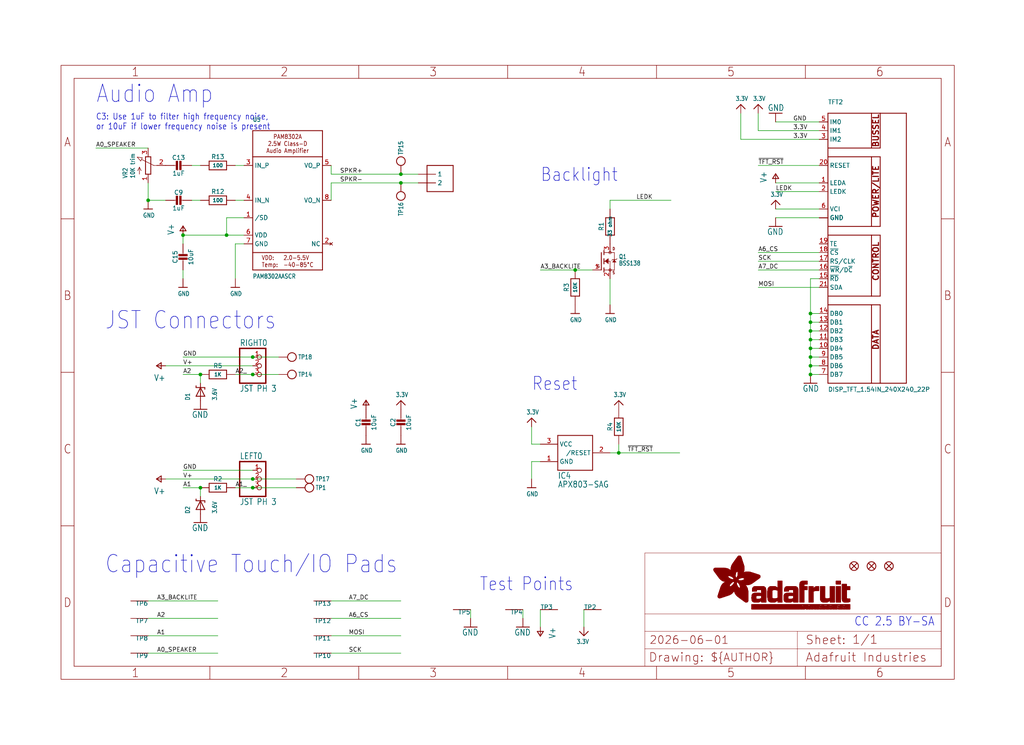
<source format=kicad_sch>
(kicad_sch (version 20230121) (generator eeschema)
  (paper "User" 298.45 217.322)
  (lib_symbols
    (symbol "working-eagle-import:3.3V" (power)
      (property "Value" "3.3V" (at -1.524 1.016 0))
      (symbol "3.3V_1_0"
        (pin power_in line (at 0 -2.54 90) (length 2.54) (name "3.3V") (number "1"))
      )
    )
    (symbol "working-eagle-import:AUDIOAMP_PAM8302A"
      (property "Reference" "U" (at -10.16 22.86 0))
      (symbol "AUDIOAMP_PAM8302A_1_0"
        (text "2.0-5.5V\n-40-85°C" (at -1.27 -17.78 0) (effects (font (size 1.27 1.0795)) (justify left)))
        (text "PAM8302A\n2.5W Class-D\nAudio Amplifier" (at 0 16.51 0) (effects (font (size 1.27 1.0795))))
        (text "VDD:\nTemp:" (at -7.62 -17.78 0) (effects (font (size 1.27 1.0795)) (justify left)))
        (pin input line (at -12.7 -5.08 0) (length 2.54) (name "/SD") (number "1"))
        (pin no_connect line (at 12.7 -12.7 180) (length 2.54) (name "NC") (number "2"))
        (pin input line (at -12.7 10.16 0) (length 2.54) (name "IN_P") (number "3"))
        (pin input line (at -12.7 0 0) (length 2.54) (name "IN_N") (number "4"))
        (pin output line (at 12.7 10.16 180) (length 2.54) (name "VO_P") (number "5"))
        (pin power_in line (at -12.7 -10.16 0) (length 2.54) (name "VDD") (number "6"))
        (pin power_in line (at -12.7 -12.7 0) (length 2.54) (name "GND") (number "7"))
        (pin output line (at 12.7 0 180) (length 2.54) (name "VO_N") (number "8"))
      )
    )
    (symbol "working-eagle-import:AXP083-SAG"
      (property "Reference" "IC" (at -5.08 -7.62 0))
      (symbol "AXP083-SAG_1_0"
        (pin power_in line (at -10.16 -2.54 0) (length 5.08) (name "GND") (number "1"))
        (pin output line (at 10.16 0 180) (length 5.08) (name "/RESET") (number "2"))
        (pin power_in line (at -10.16 2.54 0) (length 5.08) (name "VCC") (number "3"))
      )
    )
    (symbol "working-eagle-import:CAP_CERAMIC0603_NO"
      (property "Reference" "C" (at -2.29 1.25 90))
      (symbol "CAP_CERAMIC0603_NO_1_0"
        (pin passive line (at 0 5.08 270) (length 2.54) (name "1") (number "1"))
        (pin passive line (at 0 -2.54 90) (length 2.54) (name "2") (number "2"))
      )
    )
    (symbol "working-eagle-import:CAP_CERAMIC0805-NOOUTLINE"
      (property "Reference" "C" (at -2.29 1.25 90))
      (symbol "CAP_CERAMIC0805-NOOUTLINE_1_0"
        (pin passive line (at 0 5.08 270) (length 2.54) (name "1") (number "1"))
        (pin passive line (at 0 -2.54 90) (length 2.54) (name "2") (number "2"))
      )
    )
    (symbol "working-eagle-import:CON_JST_PH_3PIN"
      (property "Reference" "X" (at -6.35 5.715 0))
      (symbol "CON_JST_PH_3PIN_1_0"
        (pin passive inverted (at -2.54 2.54 0) (length 2.54) (name "1") (number "1"))
        (pin passive inverted (at -2.54 0 0) (length 2.54) (name "2") (number "2"))
        (pin passive inverted (at -2.54 -2.54 0) (length 2.54) (name "3") (number "3"))
      )
    )
    (symbol "working-eagle-import:CON_MOLEX_2P"
      (symbol "CON_MOLEX_2P_1_0"
        (pin passive line (at -5.08 2.54 0) (length 5.08) (name "1") (number "1"))
        (pin passive line (at -5.08 0 0) (length 5.08) (name "2") (number "2"))
      )
      (symbol "CON_MOLEX_2P_2_0"
        (pin bidirectional line (at 0 0 0) (length 5.08) (name "MT") (number "M1"))
      )
      (symbol "CON_MOLEX_2P_3_0"
        (pin bidirectional line (at 0 0 0) (length 5.08) (name "MT") (number "M2"))
      )
    )
    (symbol "working-eagle-import:DIODE-ZENERSOD323"
      (property "Reference" "D" (at -2.54 3.0226 0))
      (symbol "DIODE-ZENERSOD323_1_0"
        (pin passive line (at -2.54 0 0) (length 2.54) (name "A") (number "A"))
        (pin passive line (at 2.54 0 180) (length 2.54) (name "C") (number "C"))
      )
    )
    (symbol "working-eagle-import:DISP_TFT_1.54IN_240X240_22P"
      (property "Reference" "TFT" (at -15.24 43.18 0))
      (symbol "DISP_TFT_1.54IN_240X240_22P_1_0"
        (text "BUSSEL" (at -1.27 35.56 900) (effects (font (size 1.6764 1.6764) (thickness 0.3353) bold)))
        (text "CONTROL" (at -1.27 -2.54 900) (effects (font (size 1.6764 1.6764) (thickness 0.3353) bold)))
        (text "DATA" (at -1.27 -25.4 900) (effects (font (size 1.6764 1.6764) (thickness 0.3353) bold)))
        (text "POWER/LITE" (at -1.27 17.78 900) (effects (font (size 1.6764 1.6764) (thickness 0.3353) bold)))
        (pin input line (at -17.78 20.32 0) (length 2.54) (name "LEDA") (number "1"))
        (pin bidirectional line (at -17.78 -27.94 0) (length 2.54) (name "DB4") (number "10"))
        (pin bidirectional line (at -17.78 -25.4 0) (length 2.54) (name "DB3") (number "11"))
        (pin bidirectional line (at -17.78 -22.86 0) (length 2.54) (name "DB2") (number "12"))
        (pin bidirectional line (at -17.78 -20.32 0) (length 2.54) (name "DB1") (number "13"))
        (pin bidirectional line (at -17.78 -17.78 0) (length 2.54) (name "DB0") (number "14"))
        (pin input line (at -17.78 -7.62 0) (length 2.54) (name "~{RD}") (number "15"))
        (pin input line (at -17.78 -5.08 0) (length 2.54) (name "~{WR}/D~{C}") (number "16"))
        (pin input line (at -17.78 -2.54 0) (length 2.54) (name "RS/CLK") (number "17"))
        (pin input line (at -17.78 0 0) (length 2.54) (name "~{CS}") (number "18"))
        (pin output line (at -17.78 2.54 0) (length 2.54) (name "TE") (number "19"))
        (pin input line (at -17.78 17.78 0) (length 2.54) (name "LEDK") (number "2"))
        (pin input line (at -17.78 25.4 0) (length 2.54) (name "RESET") (number "20"))
        (pin bidirectional line (at -17.78 -10.16 0) (length 2.54) (name "SDA") (number "21"))
        (pin power_in line (at -17.78 10.16 0) (length 2.54) (name "GND") (number "22"))
        (pin input line (at -17.78 33.02 0) (length 2.54) (name "IM2") (number "3"))
        (pin input line (at -17.78 35.56 0) (length 2.54) (name "IM1") (number "4"))
        (pin input line (at -17.78 38.1 0) (length 2.54) (name "IM0") (number "5"))
        (pin power_in line (at -17.78 12.7 0) (length 2.54) (name "VCI") (number "6"))
        (pin bidirectional line (at -17.78 -35.56 0) (length 2.54) (name "DB7") (number "7"))
        (pin bidirectional line (at -17.78 -33.02 0) (length 2.54) (name "DB6") (number "8"))
        (pin bidirectional line (at -17.78 -30.48 0) (length 2.54) (name "DB5") (number "9"))
        (pin power_in line (at -17.78 10.16 0) (length 2.54) (name "GND") (number "SUPPORT1"))
        (pin power_in line (at -17.78 10.16 0) (length 2.54) (name "GND") (number "SUPPORT2"))
      )
    )
    (symbol "working-eagle-import:FIDUCIAL_1MM")
    (symbol "working-eagle-import:FRAME_A4_ADAFRUIT"
      (symbol "FRAME_A4_ADAFRUIT_1_0"
        (text "${#}/${##}" (at 230.505 10.16 0) (effects (font (size 2.54 2.54)) (justify left bottom)))
        (text "${AUTHOR}" (at 189.23 5.08 0) (effects (font (size 2.286 2.286)) (justify left bottom)))
        (text "${CURRENT_DATE}" (at 171.45 10.16 0) (effects (font (size 2.286 2.286)) (justify left bottom)))
        (text "${PROJECTNAME}" (at 171.45 15.24 0) (effects (font (size 2.54 2.54)) (justify left bottom)))
        (text "1" (at 21.6958 1.905 0) (effects (font (size 2.54 2.286))))
        (text "1" (at 21.6958 177.165 0) (effects (font (size 2.54 2.286))))
        (text "2" (at 65.0875 1.905 0) (effects (font (size 2.54 2.286))))
        (text "2" (at 65.0875 177.165 0) (effects (font (size 2.54 2.286))))
        (text "3" (at 108.4792 1.905 0) (effects (font (size 2.54 2.286))))
        (text "3" (at 108.4792 177.165 0) (effects (font (size 2.54 2.286))))
        (text "4" (at 151.8708 1.905 0) (effects (font (size 2.54 2.286))))
        (text "4" (at 151.8708 177.165 0) (effects (font (size 2.54 2.286))))
        (text "5" (at 195.2625 1.905 0) (effects (font (size 2.54 2.286))))
        (text "5" (at 195.2625 177.165 0) (effects (font (size 2.54 2.286))))
        (text "6" (at 238.6542 1.905 0) (effects (font (size 2.54 2.286))))
        (text "6" (at 238.6542 177.165 0) (effects (font (size 2.54 2.286))))
        (text "A" (at 1.905 156.6863 0) (effects (font (size 2.54 2.286))))
        (text "A" (at 258.445 156.6863 0) (effects (font (size 2.54 2.286))))
        (text "Adafruit Industries" (at 216.916 4.953 0) (effects (font (size 2.54 2.54)) (justify left bottom)))
        (text "B" (at 1.905 111.9188 0) (effects (font (size 2.54 2.286))))
        (text "B" (at 258.445 111.9188 0) (effects (font (size 2.54 2.286))))
        (text "C" (at 1.905 67.1513 0) (effects (font (size 2.54 2.286))))
        (text "C" (at 258.445 67.1513 0) (effects (font (size 2.54 2.286))))
        (text "D" (at 1.905 22.3838 0) (effects (font (size 2.54 2.286))))
        (text "D" (at 258.445 22.3838 0) (effects (font (size 2.54 2.286))))
        (text "Drawing:" (at 171.196 4.953 0) (effects (font (size 2.54 2.54)) (justify left bottom)))
        (text "Sheet:" (at 216.916 10.033 0) (effects (font (size 2.54 2.54)) (justify left bottom)))
      )
    )
    (symbol "working-eagle-import:MOSFET-NWIDE"
      (property "Reference" "Q" (at 5.08 0.635 0))
      (symbol "MOSFET-NWIDE_1_0"
        (text "D" (at 3.175 3.175 0) (effects (font (size 0.8128 0.6908)) (justify left bottom)))
        (text "G" (at -1.27 -1.905 0) (effects (font (size 0.8128 0.6908)) (justify left bottom)))
        (text "S" (at 3.175 -3.81 0) (effects (font (size 0.8128 0.6908)) (justify left bottom)))
        (pin bidirectional line (at -2.54 -2.54 0) (length 2.54) (name "G") (number "1"))
        (pin bidirectional line (at 2.54 -5.08 90) (length 2.54) (name "S") (number "2"))
        (pin bidirectional line (at 2.54 5.08 270) (length 2.54) (name "D") (number "3"))
      )
    )
    (symbol "working-eagle-import:RESISTOR_0603_NOOUT"
      (property "Reference" "R" (at 0 2.54 0))
      (symbol "RESISTOR_0603_NOOUT_1_0"
        (pin passive line (at -5.08 0 0) (length 2.54) (name "1") (number "1"))
        (pin passive line (at 5.08 0 180) (length 2.54) (name "2") (number "2"))
      )
    )
    (symbol "working-eagle-import:SEWTAP_SMTNUTM3"
      (property "Reference" "TP" (at 0 0 0))
      (symbol "SEWTAP_SMTNUTM3_1_0"
        (pin bidirectional line (at 0 0 0) (length 5.08) (name "SEW") (number "P$1"))
      )
    )
    (symbol "working-eagle-import:TESTPOINTROUND1.5MMNO"
      (property "Reference" "TP" (at 0 5.588 90))
      (symbol "TESTPOINTROUND1.5MMNO_1_0"
        (pin bidirectional line (at 0 0 90) (length 2.54) (name "P$1") (number "P$1"))
      )
    )
    (symbol "working-eagle-import:TRIMPOT3303W/X"
      (property "Reference" "VR" (at -5.969 -3.81 90))
      (symbol "TRIMPOT3303W/X_1_0"
        (pin passive line (at 0 -5.08 90) (length 2.54) (name "A") (number "1"))
        (pin passive line (at 5.08 0 180) (length 2.54) (name "S") (number "2"))
        (pin passive line (at 0 5.08 270) (length 2.54) (name "E") (number "3"))
      )
    )
    (symbol "working-eagle-import:V+" (power)
      (property "Value" "V+" (at -2.54 -2.54 90))
      (symbol "V+_1_0"
        (pin power_in line (at 0 -2.54 90) (length 2.54) (name "V+") (number "1"))
      )
    )
    (symbol "working-eagle-import:microbuilder_GND" (power)
      (property "Value" "microbuilder_GND" (at -1.524 -2.54 0))
      (symbol "microbuilder_GND_1_0"
        (pin power_in line (at 0 2.54 270) (length 2.54) (name "GND") (number "1"))
      )
    )
    (symbol "working-eagle-import:supply1_GND" (power)
      (property "Value" "supply1_GND" (at -2.54 -2.54 0))
      (symbol "supply1_GND_1_0"
        (pin power_in line (at 0 2.54 270) (length 2.54) (name "GND") (number "1"))
      )
    )
  )
  (junction (at 236.22 104.14))
  (junction (at 180.34 132.08))
  (junction (at 236.22 99.06))
  (junction (at 236.22 96.52))
  (junction (at 73.66 109.22))
  (junction (at 66.04 68.58))
  (junction (at 116.84 50.8))
  (junction (at 53.34 68.58))
  (junction (at 236.22 106.68))
  (junction (at 236.22 93.98))
  (junction (at 58.42 109.22))
  (junction (at 73.66 142.24))
  (junction (at 236.22 91.44))
  (junction (at 73.66 139.7))
  (junction (at 43.18 58.42))
  (junction (at 116.84 53.34))
  (junction (at 236.22 101.6))
  (junction (at 236.22 109.22))
  (junction (at 58.42 142.24))
  (junction (at 73.66 104.14))
  (junction (at 167.64 78.74))
  (wire (pts (xy 172.72 78.74) (xy 167.64 78.74)) (stroke (width 0.1524)))
  (wire (pts (xy 48.26 139.7) (xy 73.66 139.7)) (stroke (width 0.1524)))
  (wire (pts (xy 238.76 48.26) (xy 220.98 48.26)) (stroke (width 0.1524)))
  (wire (pts (xy 180.34 132.08) (xy 198.12 132.08)) (stroke (width 0.1524)))
  (wire (pts (xy 177.8 88.9) (xy 177.8 81.28)) (stroke (width 0.1524)))
  (wire (pts (xy 71.12 68.58) (xy 66.04 68.58)) (stroke (width 0.1524)))
  (wire (pts (xy 215.9 40.64) (xy 238.76 40.64)) (stroke (width 0.1524)))
  (wire (pts (xy 236.22 91.44) (xy 236.22 93.98)) (stroke (width 0.1524)))
  (wire (pts (xy 195.58 58.42) (xy 177.8 58.42)) (stroke (width 0.1524)))
  (wire (pts (xy 236.22 81.28) (xy 236.22 91.44)) (stroke (width 0.1524)))
  (wire (pts (xy 236.22 104.14) (xy 238.76 104.14)) (stroke (width 0.1524)))
  (wire (pts (xy 238.76 55.88) (xy 226.06 55.88)) (stroke (width 0.1524)))
  (wire (pts (xy 238.76 101.6) (xy 236.22 101.6)) (stroke (width 0.1524)))
  (wire (pts (xy 58.42 58.42) (xy 55.88 58.42)) (stroke (width 0.1524)))
  (wire (pts (xy 43.18 175.26) (xy 63.5 175.26)) (stroke (width 0.1524)))
  (wire (pts (xy 121.92 53.34) (xy 116.84 53.34)) (stroke (width 0.1524)))
  (wire (pts (xy 154.94 129.54) (xy 154.94 124.46)) (stroke (width 0.1524)))
  (wire (pts (xy 238.76 78.74) (xy 220.98 78.74)) (stroke (width 0.1524)))
  (wire (pts (xy 73.66 142.24) (xy 68.58 142.24)) (stroke (width 0.1524)))
  (wire (pts (xy 58.42 109.22) (xy 58.42 111.76)) (stroke (width 0.1524)))
  (wire (pts (xy 154.94 139.7) (xy 154.94 134.62)) (stroke (width 0.1524)))
  (wire (pts (xy 137.16 180.34) (xy 137.16 177.8)) (stroke (width 0.1524)))
  (wire (pts (xy 48.26 106.68) (xy 73.66 106.68)) (stroke (width 0.1524)))
  (wire (pts (xy 167.64 78.74) (xy 157.48 78.74)) (stroke (width 0.1524)))
  (wire (pts (xy 157.48 129.54) (xy 154.94 129.54)) (stroke (width 0.1524)))
  (wire (pts (xy 55.88 48.26) (xy 58.42 48.26)) (stroke (width 0.1524)))
  (wire (pts (xy 226.06 35.56) (xy 238.76 35.56)) (stroke (width 0.1524)))
  (wire (pts (xy 53.34 68.58) (xy 53.34 71.12)) (stroke (width 0.1524)))
  (wire (pts (xy 226.06 63.5) (xy 238.76 63.5)) (stroke (width 0.1524)))
  (wire (pts (xy 238.76 53.34) (xy 226.06 53.34)) (stroke (width 0.1524)))
  (wire (pts (xy 236.22 109.22) (xy 238.76 109.22)) (stroke (width 0.1524)))
  (wire (pts (xy 236.22 101.6) (xy 236.22 104.14)) (stroke (width 0.1524)))
  (wire (pts (xy 96.52 175.26) (xy 116.84 175.26)) (stroke (width 0.1524)))
  (wire (pts (xy 238.76 60.96) (xy 226.06 60.96)) (stroke (width 0.1524)))
  (wire (pts (xy 238.76 91.44) (xy 236.22 91.44)) (stroke (width 0.1524)))
  (wire (pts (xy 96.52 50.8) (xy 116.84 50.8)) (stroke (width 0.1524)))
  (wire (pts (xy 53.34 78.74) (xy 53.34 81.28)) (stroke (width 0.1524)))
  (wire (pts (xy 236.22 104.14) (xy 236.22 106.68)) (stroke (width 0.1524)))
  (wire (pts (xy 116.84 185.42) (xy 96.52 185.42)) (stroke (width 0.1524)))
  (wire (pts (xy 152.4 180.34) (xy 152.4 177.8)) (stroke (width 0.1524)))
  (wire (pts (xy 71.12 58.42) (xy 68.58 58.42)) (stroke (width 0.1524)))
  (wire (pts (xy 236.22 99.06) (xy 238.76 99.06)) (stroke (width 0.1524)))
  (wire (pts (xy 58.42 109.22) (xy 53.34 109.22)) (stroke (width 0.1524)))
  (wire (pts (xy 71.12 63.5) (xy 66.04 63.5)) (stroke (width 0.1524)))
  (wire (pts (xy 43.18 180.34) (xy 63.5 180.34)) (stroke (width 0.1524)))
  (wire (pts (xy 116.84 190.5) (xy 96.52 190.5)) (stroke (width 0.1524)))
  (wire (pts (xy 157.48 177.8) (xy 157.48 182.88)) (stroke (width 0.1524)))
  (wire (pts (xy 96.52 50.8) (xy 96.52 48.26)) (stroke (width 0.1524)))
  (wire (pts (xy 58.42 142.24) (xy 58.42 144.78)) (stroke (width 0.1524)))
  (wire (pts (xy 27.94 43.18) (xy 43.18 43.18)) (stroke (width 0.1524)))
  (wire (pts (xy 220.98 76.2) (xy 238.76 76.2)) (stroke (width 0.1524)))
  (wire (pts (xy 43.18 58.42) (xy 43.18 53.34)) (stroke (width 0.1524)))
  (wire (pts (xy 73.66 109.22) (xy 81.28 109.22)) (stroke (width 0.1524)))
  (wire (pts (xy 71.12 48.26) (xy 68.58 48.26)) (stroke (width 0.1524)))
  (wire (pts (xy 58.42 142.24) (xy 53.34 142.24)) (stroke (width 0.1524)))
  (wire (pts (xy 170.18 182.88) (xy 170.18 177.8)) (stroke (width 0.1524)))
  (wire (pts (xy 66.04 68.58) (xy 53.34 68.58)) (stroke (width 0.1524)))
  (wire (pts (xy 63.5 185.42) (xy 43.18 185.42)) (stroke (width 0.1524)))
  (wire (pts (xy 236.22 106.68) (xy 236.22 109.22)) (stroke (width 0.1524)))
  (wire (pts (xy 48.26 58.42) (xy 43.18 58.42)) (stroke (width 0.1524)))
  (wire (pts (xy 238.76 106.68) (xy 236.22 106.68)) (stroke (width 0.1524)))
  (wire (pts (xy 180.34 129.54) (xy 180.34 132.08)) (stroke (width 0.1524)))
  (wire (pts (xy 238.76 83.82) (xy 220.98 83.82)) (stroke (width 0.1524)))
  (wire (pts (xy 81.28 104.14) (xy 73.66 104.14)) (stroke (width 0.1524)))
  (wire (pts (xy 236.22 96.52) (xy 236.22 99.06)) (stroke (width 0.1524)))
  (wire (pts (xy 73.66 137.16) (xy 53.34 137.16)) (stroke (width 0.1524)))
  (wire (pts (xy 238.76 38.1) (xy 220.98 38.1)) (stroke (width 0.1524)))
  (wire (pts (xy 177.8 58.42) (xy 177.8 60.96)) (stroke (width 0.1524)))
  (wire (pts (xy 154.94 134.62) (xy 157.48 134.62)) (stroke (width 0.1524)))
  (wire (pts (xy 236.22 93.98) (xy 236.22 96.52)) (stroke (width 0.1524)))
  (wire (pts (xy 73.66 142.24) (xy 86.36 142.24)) (stroke (width 0.1524)))
  (wire (pts (xy 215.9 33.02) (xy 215.9 40.64)) (stroke (width 0.1524)))
  (wire (pts (xy 63.5 190.5) (xy 43.18 190.5)) (stroke (width 0.1524)))
  (wire (pts (xy 68.58 71.12) (xy 68.58 81.28)) (stroke (width 0.1524)))
  (wire (pts (xy 96.52 180.34) (xy 116.84 180.34)) (stroke (width 0.1524)))
  (wire (pts (xy 66.04 63.5) (xy 66.04 68.58)) (stroke (width 0.1524)))
  (wire (pts (xy 238.76 73.66) (xy 220.98 73.66)) (stroke (width 0.1524)))
  (wire (pts (xy 73.66 104.14) (xy 53.34 104.14)) (stroke (width 0.1524)))
  (wire (pts (xy 71.12 71.12) (xy 68.58 71.12)) (stroke (width 0.1524)))
  (wire (pts (xy 236.22 93.98) (xy 238.76 93.98)) (stroke (width 0.1524)))
  (wire (pts (xy 238.76 96.52) (xy 236.22 96.52)) (stroke (width 0.1524)))
  (wire (pts (xy 73.66 109.22) (xy 68.58 109.22)) (stroke (width 0.1524)))
  (wire (pts (xy 238.76 81.28) (xy 236.22 81.28)) (stroke (width 0.1524)))
  (wire (pts (xy 121.92 50.8) (xy 116.84 50.8)) (stroke (width 0.1524)))
  (wire (pts (xy 96.52 53.34) (xy 96.52 58.42)) (stroke (width 0.1524)))
  (wire (pts (xy 96.52 53.34) (xy 116.84 53.34)) (stroke (width 0.1524)))
  (wire (pts (xy 73.66 139.7) (xy 86.36 139.7)) (stroke (width 0.1524)))
  (wire (pts (xy 220.98 38.1) (xy 220.98 33.02)) (stroke (width 0.1524)))
  (wire (pts (xy 177.8 132.08) (xy 180.34 132.08)) (stroke (width 0.1524)))
  (wire (pts (xy 236.22 99.06) (xy 236.22 101.6)) (stroke (width 0.1524)))
  (text "JST Connectors" (at 30.48 96.52 0) (effects (font (size 5.08 4.318)) (justify left bottom)))
  (text "Test Points" (at 139.7 172.72 0) (effects (font (size 3.81 3.2385)) (justify left bottom)))
  (text "Capacitive Touch/IO Pads" (at 30.48 167.64 0) (effects (font (size 5.08 4.318)) (justify left bottom)))
  (text "Audio Amp" (at 27.94 30.48 0) (effects (font (size 5.08 4.318)) (justify left bottom)))
  (text "CC 2.5 BY-SA" (at 248.92 182.88 0) (effects (font (size 2.54 2.159)) (justify left bottom)))
  (text "Reset" (at 154.94 114.3 0) (effects (font (size 3.81 3.2385)) (justify left bottom)))
  (text "C3: Use 1uF to filter high frequency noise,\nor 10uF if lower frequency noise is present" (at 27.94 38.1 0) (effects (font (size 1.778 1.5113)) (justify left bottom)))
  (text "Backlight" (at 157.48 53.34 0) (effects (font (size 3.81 3.2385)) (justify left bottom)))
  (label "MOSI" (at 101.6 185.42 0) (effects (font (size 1.2446 1.2446))))
  (label "A2" (at 45.72 180.34 0) (effects (font (size 1.2446 1.2446))))
  (label "MOSI" (at 220.98 83.82 0) (effects (font (size 1.2446 1.2446))))
  (label "SPKR+" (at 99.06 50.8 0) (effects (font (size 1.2446 1.2446))))
  (label "A7_DC" (at 220.98 78.74 0) (effects (font (size 1.2446 1.2446))))
  (label "A6_CS" (at 220.98 73.66 0) (effects (font (size 1.2446 1.2446))))
  (label "A1_" (at 68.58 142.24 0) (effects (font (size 1.2446 1.2446))))
  (label "V+" (at 53.34 139.7 0) (effects (font (size 1.2446 1.2446))))
  (label "A2" (at 53.34 109.22 0) (effects (font (size 1.2446 1.2446))))
  (label "A7_DC" (at 101.6 175.26 0) (effects (font (size 1.2446 1.2446))))
  (label "GND" (at 53.34 104.14 0) (effects (font (size 1.2446 1.2446))))
  (label "GND" (at 53.34 137.16 0) (effects (font (size 1.2446 1.2446))))
  (label "A3_BACKLITE" (at 45.72 175.26 0) (effects (font (size 1.2446 1.2446))))
  (label "3.3V" (at 231.14 40.64 0) (effects (font (size 1.2446 1.2446))))
  (label "A2_" (at 68.58 109.22 0) (effects (font (size 1.2446 1.2446))))
  (label "~{TFT_RST}" (at 182.88 132.08 0) (effects (font (size 1.2446 1.2446))))
  (label "LEDK" (at 185.42 58.42 0) (effects (font (size 1.2446 1.2446))))
  (label "SCK" (at 220.98 76.2 0) (effects (font (size 1.2446 1.2446))))
  (label "A0_SPEAKER" (at 45.72 190.5 0) (effects (font (size 1.2446 1.2446))))
  (label "A1" (at 45.72 185.42 0) (effects (font (size 1.2446 1.2446))))
  (label "SCK" (at 101.6 190.5 0) (effects (font (size 1.2446 1.2446))))
  (label "A1" (at 53.34 142.24 0) (effects (font (size 1.2446 1.2446))))
  (label "SPKR-" (at 99.06 53.34 0) (effects (font (size 1.2446 1.2446))))
  (label "A6_CS" (at 101.6 180.34 0) (effects (font (size 1.2446 1.2446))))
  (label "A3_BACKLITE" (at 157.48 78.74 0) (effects (font (size 1.2446 1.2446))))
  (label "GND" (at 231.14 35.56 0) (effects (font (size 1.2446 1.2446))))
  (label "3.3V" (at 231.14 38.1 0) (effects (font (size 1.2446 1.2446))))
  (label "LEDK" (at 226.06 55.88 0) (effects (font (size 1.2446 1.2446))))
  (label "A0_SPEAKER" (at 27.94 43.18 0) (effects (font (size 1.2446 1.2446))))
  (label "V+" (at 53.34 106.68 0) (effects (font (size 1.2446 1.2446))))
  (label "~{TFT_RST}" (at 220.98 48.26 0) (effects (font (size 1.2446 1.2446))))
  (symbol (lib_id "working-eagle-import:3.3V") (at 170.18 185.42 180) (unit 1)
    (property "Reference" "#U$41" (effects hide))
    (property "Value" "3.3V" (at 171.704 186.436 0) (effects (font (size 1.27 1.0795)) (justify left bottom)))
  )
  (symbol (lib_id "working-eagle-import:microbuilder_GND") (at 177.8 91.44 0) (unit 1)
    (property "Reference" "#U$4" (effects hide))
    (property "Value" "GND" (at 176.276 93.98 0) (effects (font (size 1.27 1.0795)) (justify left bottom)))
  )
  (symbol (lib_id "working-eagle-import:RESISTOR_0603_NOOUT") (at 63.5 109.22 0) (mirror y) (unit 1)
    (property "Reference" "R5" (at 63.5 106.68 0))
    (property "Value" "1K" (at 63.5 109.22 0) (effects (font (size 1.016 1.016) bold)))
    (property "Footprint" "working:0603-NO" (effects hide))
  )
  (symbol (lib_id "working-eagle-import:TESTPOINTROUND1.5MMNO") (at 116.84 50.8 0) (unit 1)
    (property "Reference" "TP15" (at 116.84 45.212 90) (effects (font (size 1.27 1.0795)) (justify left)))
    (property "Value" "TESTPOINTROUND1.5MMNO" (effects hide))
    (property "Footprint" "working:TESTPOINT_ROUND_1.5MM_NO" (effects hide))
  )
  (symbol (lib_id "working-eagle-import:supply1_GND") (at 152.4 182.88 0) (unit 1)
    (property "Reference" "#GND13" (effects hide))
    (property "Value" "GND" (at 149.86 185.42 0) (effects (font (size 1.778 1.5113)) (justify left bottom)))
  )
  (symbol (lib_id "working-eagle-import:TESTPOINTROUND1.5MMNO") (at 86.36 139.7 270) (unit 1)
    (property "Reference" "TP17" (at 91.948 139.7 90) (effects (font (size 1.27 1.0795)) (justify left)))
    (property "Value" "TESTPOINTROUND1.5MMNO" (effects hide))
    (property "Footprint" "working:TESTPOINT_ROUND_1.5MM_NO" (effects hide))
  )
  (symbol (lib_id "working-eagle-import:microbuilder_GND") (at 43.18 60.96 0) (unit 1)
    (property "Reference" "#U$48" (effects hide))
    (property "Value" "GND" (at 41.656 63.5 0) (effects (font (size 1.27 1.0795)) (justify left bottom)))
  )
  (symbol (lib_id "working-eagle-import:V+") (at 53.34 66.04 0) (unit 1)
    (property "Reference" "#P+3" (effects hide))
    (property "Value" "V+" (at 50.8 68.58 90) (effects (font (size 1.778 1.5113)) (justify left bottom)))
  )
  (symbol (lib_id "working-eagle-import:microbuilder_GND") (at 106.68 129.54 0) (unit 1)
    (property "Reference" "#U$5" (effects hide))
    (property "Value" "GND" (at 105.156 132.08 0) (effects (font (size 1.27 1.0795)) (justify left bottom)))
  )
  (symbol (lib_id "working-eagle-import:V+") (at 157.48 185.42 180) (unit 1)
    (property "Reference" "#P+4" (effects hide))
    (property "Value" "V+" (at 160.02 182.88 90) (effects (font (size 1.778 1.5113)) (justify left bottom)))
  )
  (symbol (lib_id "working-eagle-import:SEWTAP_SMTNUTM3") (at 43.18 190.5 180) (unit 1)
    (property "Reference" "TP9" (at 43.18 190.5 0) (effects (justify left bottom)))
    (property "Value" "SEWTAP_SMTNUTM3" (effects hide))
    (property "Footprint" "working:SMT_NUT_3MM" (effects hide))
  )
  (symbol (lib_id "working-eagle-import:V+") (at 45.72 106.68 90) (unit 1)
    (property "Reference" "#P+5" (effects hide))
    (property "Value" "V+" (at 48.26 109.22 90) (effects (font (size 1.778 1.5113)) (justify left bottom)))
  )
  (symbol (lib_id "working-eagle-import:CAP_CERAMIC0805-NOOUTLINE") (at 116.84 124.46 0) (unit 1)
    (property "Reference" "C2" (at 114.55 123.21 90))
    (property "Value" "10uF" (at 119.14 123.21 90))
    (property "Footprint" "working:0805-NO" (effects hide))
  )
  (symbol (lib_id "working-eagle-import:microbuilder_GND") (at 154.94 142.24 0) (unit 1)
    (property "Reference" "#U$9" (effects hide))
    (property "Value" "GND" (at 153.416 144.78 0) (effects (font (size 1.27 1.0795)) (justify left bottom)))
  )
  (symbol (lib_id "working-eagle-import:TESTPOINTROUND1.5MMNO") (at 81.28 104.14 270) (unit 1)
    (property "Reference" "TP18" (at 86.868 104.14 90) (effects (font (size 1.27 1.0795)) (justify left)))
    (property "Value" "TESTPOINTROUND1.5MMNO" (effects hide))
    (property "Footprint" "working:TESTPOINT_ROUND_1.5MM_NO" (effects hide))
  )
  (symbol (lib_id "working-eagle-import:V+") (at 45.72 139.7 90) (unit 1)
    (property "Reference" "#P+1" (effects hide))
    (property "Value" "V+" (at 48.26 142.24 90) (effects (font (size 1.778 1.5113)) (justify left bottom)))
  )
  (symbol (lib_id "working-eagle-import:SEWTAP_SMTNUTM3") (at 43.18 185.42 180) (unit 1)
    (property "Reference" "TP8" (at 43.18 185.42 0) (effects (justify left bottom)))
    (property "Value" "SEWTAP_SMTNUTM3" (effects hide))
    (property "Footprint" "working:SMT_NUT_3MM" (effects hide))
  )
  (symbol (lib_id "working-eagle-import:3.3V") (at 154.94 121.92 0) (unit 1)
    (property "Reference" "#U$11" (effects hide))
    (property "Value" "3.3V" (at 153.416 120.904 0) (effects (font (size 1.27 1.0795)) (justify left bottom)))
  )
  (symbol (lib_id "working-eagle-import:supply1_GND") (at 226.06 66.04 0) (unit 1)
    (property "Reference" "#GND3" (effects hide))
    (property "Value" "GND" (at 223.52 68.58 0) (effects (font (size 1.778 1.5113)) (justify left bottom)))
  )
  (symbol (lib_id "working-eagle-import:microbuilder_GND") (at 53.34 83.82 0) (unit 1)
    (property "Reference" "#U$45" (effects hide))
    (property "Value" "GND" (at 51.816 86.36 0) (effects (font (size 1.27 1.0795)) (justify left bottom)))
  )
  (symbol (lib_id "working-eagle-import:CAP_CERAMIC0603_NO") (at 50.8 58.42 270) (unit 1)
    (property "Reference" "C9" (at 52.05 56.13 90))
    (property "Value" "1uF" (at 52.05 60.72 90))
    (property "Footprint" "working:0603-NO" (effects hide))
  )
  (symbol (lib_id "working-eagle-import:FIDUCIAL_1MM") (at 259.08 165.1 0) (unit 1)
    (property "Reference" "U$6" (effects hide))
    (property "Value" "FIDUCIAL_1MM" (effects hide))
    (property "Footprint" "working:FIDUCIAL_1MM" (effects hide))
  )
  (symbol (lib_id "working-eagle-import:CON_JST_PH_3PIN") (at 76.2 106.68 0) (unit 1)
    (property "Reference" "RIGHT0" (at 69.85 100.965 0) (effects (font (size 1.778 1.5113)) (justify left bottom)))
    (property "Value" "JST PH 3" (at 69.85 114.3 0) (effects (font (size 1.778 1.5113)) (justify left bottom)))
    (property "Footprint" "working:JSTPH3" (effects hide))
  )
  (symbol (lib_id "working-eagle-import:FRAME_A4_ADAFRUIT") (at 17.78 198.12 0) (unit 1)
    (property "Reference" "#U$19" (effects hide))
    (property "Value" "FRAME_A4_ADAFRUIT" (effects hide))
  )
  (symbol (lib_id "working-eagle-import:supply1_GND") (at 137.16 182.88 0) (unit 1)
    (property "Reference" "#GND21" (effects hide))
    (property "Value" "GND" (at 134.62 185.42 0) (effects (font (size 1.778 1.5113)) (justify left bottom)))
  )
  (symbol (lib_id "working-eagle-import:TESTPOINTROUND1.5MMNO") (at 86.36 142.24 270) (unit 1)
    (property "Reference" "TP1" (at 91.948 142.24 90) (effects (font (size 1.27 1.0795)) (justify left)))
    (property "Value" "TESTPOINTROUND1.5MMNO" (effects hide))
    (property "Footprint" "working:TESTPOINT_ROUND_1.5MM_NO" (effects hide))
  )
  (symbol (lib_id "working-eagle-import:SEWTAP_SMTNUTM3") (at 43.18 180.34 180) (unit 1)
    (property "Reference" "TP7" (at 43.18 180.34 0) (effects (justify left bottom)))
    (property "Value" "SEWTAP_SMTNUTM3" (effects hide))
    (property "Footprint" "working:SMT_NUT_3MM" (effects hide))
  )
  (symbol (lib_id "working-eagle-import:MOSFET-NWIDE") (at 175.26 76.2 0) (unit 1)
    (property "Reference" "Q1" (at 180.34 75.565 0) (effects (font (size 1.27 1.0795)) (justify left bottom)))
    (property "Value" "BSS138" (at 180.34 77.47 0) (effects (font (size 1.27 1.0795)) (justify left bottom)))
    (property "Footprint" "working:SOT23-WIDE" (effects hide))
  )
  (symbol (lib_id "working-eagle-import:FIDUCIAL_1MM") (at 248.92 165.1 0) (unit 1)
    (property "Reference" "U$3" (effects hide))
    (property "Value" "FIDUCIAL_1MM" (effects hide))
    (property "Footprint" "working:FIDUCIAL_1MM" (effects hide))
    (property "BOM" "EXCLUDE" (effects hide))
  )
  (symbol (lib_id "working-eagle-import:SEWTAP_SMTNUTM3") (at 96.52 185.42 180) (unit 1)
    (property "Reference" "TP11" (at 96.52 185.42 0) (effects (justify left bottom)))
    (property "Value" "SEWTAP_SMTNUTM3" (effects hide))
    (property "Footprint" "working:SMT_NUT_3MM" (effects hide))
  )
  (symbol (lib_id "working-eagle-import:RESISTOR_0603_NOOUT") (at 63.5 48.26 0) (unit 1)
    (property "Reference" "R13" (at 63.5 45.72 0))
    (property "Value" "100" (at 63.5 48.26 0) (effects (font (size 1.016 1.016) bold)))
    (property "Footprint" "working:0603-NO" (effects hide))
  )
  (symbol (lib_id "working-eagle-import:RESISTOR_0603_NOOUT") (at 63.5 142.24 0) (mirror y) (unit 1)
    (property "Reference" "R2" (at 63.5 139.7 0))
    (property "Value" "1K" (at 63.5 142.24 0) (effects (font (size 1.016 1.016) bold)))
    (property "Footprint" "working:0603-NO" (effects hide))
  )
  (symbol (lib_id "working-eagle-import:CON_MOLEX_2P") (at 127 53.34 0) (unit 1)
    (property "Reference" "U$1" (effects hide))
    (property "Value" "CON_MOLEX_2P" (effects hide))
    (property "Footprint" "working:53398-0271" (effects hide))
  )
  (symbol (lib_id "working-eagle-import:TESTPOINTROUND1.5MMNO") (at 81.28 109.22 270) (unit 1)
    (property "Reference" "TP14" (at 86.868 109.22 90) (effects (font (size 1.27 1.0795)) (justify left)))
    (property "Value" "TESTPOINTROUND1.5MMNO" (effects hide))
    (property "Footprint" "working:TESTPOINT_ROUND_1.5MM_NO" (effects hide))
  )
  (symbol (lib_id "working-eagle-import:AXP083-SAG") (at 167.64 132.08 0) (unit 1)
    (property "Reference" "IC4" (at 162.56 139.7 0) (effects (font (size 1.778 1.5113)) (justify left bottom)))
    (property "Value" "APX803-SAG" (at 162.56 142.24 0) (effects (font (size 1.778 1.5113)) (justify left bottom)))
    (property "Footprint" "working:SOT23" (effects hide))
  )
  (symbol (lib_id "working-eagle-import:SEWTAP_SMTNUTM3") (at 96.52 175.26 180) (unit 1)
    (property "Reference" "TP13" (at 96.52 175.26 0) (effects (justify left bottom)))
    (property "Value" "SEWTAP_SMTNUTM3" (effects hide))
    (property "Footprint" "working:SMT_NUT_3MM" (effects hide))
  )
  (symbol (lib_id "working-eagle-import:3.3V") (at 116.84 116.84 0) (unit 1)
    (property "Reference" "#U$15" (effects hide))
    (property "Value" "3.3V" (at 115.316 115.824 0) (effects (font (size 1.27 1.0795)) (justify left bottom)))
  )
  (symbol (lib_id "working-eagle-import:CON_JST_PH_3PIN") (at 76.2 139.7 0) (unit 1)
    (property "Reference" "LEFT0" (at 69.85 133.985 0) (effects (font (size 1.778 1.5113)) (justify left bottom)))
    (property "Value" "JST PH 3" (at 69.85 147.32 0) (effects (font (size 1.778 1.5113)) (justify left bottom)))
    (property "Footprint" "working:JSTPH3" (effects hide))
  )
  (symbol (lib_id "working-eagle-import:supply1_GND") (at 226.06 33.02 180) (unit 1)
    (property "Reference" "#GND8" (effects hide))
    (property "Value" "GND" (at 228.6 30.48 0) (effects (font (size 1.778 1.5113)) (justify left bottom)))
  )
  (symbol (lib_id "working-eagle-import:SEWTAP_SMTNUTM3") (at 96.52 180.34 180) (unit 1)
    (property "Reference" "TP12" (at 96.52 180.34 0) (effects (justify left bottom)))
    (property "Value" "SEWTAP_SMTNUTM3" (effects hide))
    (property "Footprint" "working:SMT_NUT_3MM" (effects hide))
  )
  (symbol (lib_id "working-eagle-import:DISP_TFT_1.54IN_240X240_22P") (at 256.54 73.66 0) (unit 1)
    (property "Reference" "TFT2" (at 241.3 30.48 0) (effects (justify left bottom)))
    (property "Value" "DISP_TFT_1.54IN_240X240_22P" (at 241.3 114.3 0) (effects (justify left bottom)))
    (property "Footprint" "working:TFT_1.54IN_240X240_22PIN" (effects hide))
  )
  (symbol (lib_id "working-eagle-import:DIODE-ZENERSOD323") (at 58.42 114.3 90) (unit 1)
    (property "Reference" "D1" (at 55.3974 116.84 0) (effects (font (size 1.27 1.0795)) (justify left bottom)))
    (property "Value" "3.6V" (at 63.2714 116.84 0) (effects (font (size 1.27 1.0795)) (justify left bottom)))
    (property "Footprint" "working:SOD-323" (effects hide))
  )
  (symbol (lib_id "working-eagle-import:3.3V") (at 180.34 116.84 0) (unit 1)
    (property "Reference" "#U$10" (effects hide))
    (property "Value" "3.3V" (at 178.816 115.824 0) (effects (font (size 1.27 1.0795)) (justify left bottom)))
  )
  (symbol (lib_id "working-eagle-import:supply1_GND") (at 58.42 119.38 0) (unit 1)
    (property "Reference" "#GND17" (effects hide))
    (property "Value" "GND" (at 55.88 121.92 0) (effects (font (size 1.778 1.5113)) (justify left bottom)))
  )
  (symbol (lib_id "working-eagle-import:AUDIOAMP_PAM8302A") (at 83.82 58.42 0) (unit 1)
    (property "Reference" "U5" (at 73.66 35.56 0) (effects (font (size 1.27 1.0795)) (justify left bottom)))
    (property "Value" "PAM8302AASCR" (at 73.66 81.28 0) (effects (font (size 1.27 1.0795)) (justify left bottom)))
    (property "Footprint" "working:MSOP8_0.65MM" (effects hide))
  )
  (symbol (lib_id "working-eagle-import:SEWTAP_SMTNUTM3") (at 170.18 177.8 0) (unit 1)
    (property "Reference" "TP2" (at 170.18 177.8 0) (effects (justify left bottom)))
    (property "Value" "SEWTAP_SMTNUTM3" (effects hide))
    (property "Footprint" "working:SMT_NUT_3MM" (effects hide))
  )
  (symbol (lib_id "working-eagle-import:SEWTAP_SMTNUTM3") (at 152.4 177.8 180) (unit 1)
    (property "Reference" "TP4" (at 152.4 177.8 0) (effects (justify left bottom)))
    (property "Value" "SEWTAP_SMTNUTM3" (effects hide))
    (property "Footprint" "working:SMT_NUT_3MM" (effects hide))
  )
  (symbol (lib_id "working-eagle-import:RESISTOR_0603_NOOUT") (at 177.8 66.04 90) (unit 1)
    (property "Reference" "R1" (at 175.26 66.04 0))
    (property "Value" "33 ohm" (at 177.8 66.04 0) (effects (font (size 1.016 1.016) bold)))
    (property "Footprint" "working:0603-NO" (effects hide))
  )
  (symbol (lib_id "working-eagle-import:microbuilder_GND") (at 167.64 91.44 0) (unit 1)
    (property "Reference" "#U$8" (effects hide))
    (property "Value" "GND" (at 166.116 93.98 0) (effects (font (size 1.27 1.0795)) (justify left bottom)))
  )
  (symbol (lib_id "working-eagle-import:3.3V") (at 226.06 58.42 0) (unit 1)
    (property "Reference" "#U$16" (effects hide))
    (property "Value" "3.3V" (at 224.536 57.404 0) (effects (font (size 1.27 1.0795)) (justify left bottom)))
  )
  (symbol (lib_id "working-eagle-import:microbuilder_GND") (at 68.58 83.82 0) (unit 1)
    (property "Reference" "#U$46" (effects hide))
    (property "Value" "GND" (at 67.056 86.36 0) (effects (font (size 1.27 1.0795)) (justify left bottom)))
  )
  (symbol (lib_id "working-eagle-import:CAP_CERAMIC0805-NOOUTLINE") (at 106.68 124.46 0) (unit 1)
    (property "Reference" "C1" (at 104.39 123.21 90))
    (property "Value" "10uF" (at 108.98 123.21 90))
    (property "Footprint" "working:0805-NO" (effects hide))
  )
  (symbol (lib_id "working-eagle-import:3.3V") (at 215.9 30.48 0) (unit 1)
    (property "Reference" "#U$12" (effects hide))
    (property "Value" "3.3V" (at 214.376 29.464 0) (effects (font (size 1.27 1.0795)) (justify left bottom)))
  )
  (symbol (lib_id "working-eagle-import:SEWTAP_SMTNUTM3") (at 137.16 177.8 180) (unit 1)
    (property "Reference" "TP5" (at 137.16 177.8 0) (effects (justify left bottom)))
    (property "Value" "SEWTAP_SMTNUTM3" (effects hide))
    (property "Footprint" "working:SMT_NUT_3MM" (effects hide))
  )
  (symbol (lib_id "working-eagle-import:TRIMPOT3303W/X") (at 43.18 48.26 0) (unit 1)
    (property "Reference" "VR2" (at 37.211 52.07 90) (effects (font (size 1.27 1.0795)) (justify left bottom)))
    (property "Value" "10K trim" (at 39.37 52.07 90) (effects (font (size 1.27 1.0795)) (justify left bottom)))
    (property "Footprint" "working:TRIMPOT_BOURNS_3303W" (effects hide))
  )
  (symbol (lib_id "working-eagle-import:CAP_CERAMIC0805-NOOUTLINE") (at 53.34 76.2 0) (unit 1)
    (property "Reference" "C15" (at 51.05 74.95 90))
    (property "Value" "10uF" (at 55.64 74.95 90))
    (property "Footprint" "working:0805-NO" (effects hide))
  )
  (symbol (lib_id "working-eagle-import:3.3V") (at 220.98 30.48 0) (unit 1)
    (property "Reference" "#U$14" (effects hide))
    (property "Value" "3.3V" (at 219.456 29.464 0) (effects (font (size 1.27 1.0795)) (justify left bottom)))
  )
  (symbol (lib_id "working-eagle-import:TESTPOINTROUND1.5MMNO") (at 116.84 53.34 180) (unit 1)
    (property "Reference" "TP16" (at 116.84 58.928 90) (effects (font (size 1.27 1.0795)) (justify left)))
    (property "Value" "TESTPOINTROUND1.5MMNO" (effects hide))
    (property "Footprint" "working:TESTPOINT_ROUND_1.5MM_NO" (effects hide))
  )
  (symbol (lib_id "working-eagle-import:V+") (at 106.68 116.84 0) (unit 1)
    (property "Reference" "#P+6" (effects hide))
    (property "Value" "V+" (at 104.14 119.38 90) (effects (font (size 1.778 1.5113)) (justify left bottom)))
  )
  (symbol (lib_id "working-eagle-import:SEWTAP_SMTNUTM3") (at 43.18 175.26 180) (unit 1)
    (property "Reference" "TP6" (at 43.18 175.26 0) (effects (justify left bottom)))
    (property "Value" "SEWTAP_SMTNUTM3" (effects hide))
    (property "Footprint" "working:SMT_NUT_3MM" (effects hide))
  )
  (symbol (lib_id "working-eagle-import:RESISTOR_0603_NOOUT") (at 167.64 83.82 90) (unit 1)
    (property "Reference" "R3" (at 165.1 83.82 0))
    (property "Value" "10K" (at 167.64 83.82 0) (effects (font (size 1.016 1.016) bold)))
    (property "Footprint" "working:0603-NO" (effects hide))
  )
  (symbol (lib_id "working-eagle-import:RESISTOR_0603_NOOUT") (at 180.34 124.46 90) (unit 1)
    (property "Reference" "R4" (at 177.8 124.46 0))
    (property "Value" "10K" (at 180.34 124.46 0) (effects (font (size 1.016 1.016) bold)))
    (property "Footprint" "working:0603-NO" (effects hide))
  )
  (symbol (lib_id "working-eagle-import:SEWTAP_SMTNUTM3") (at 96.52 190.5 180) (unit 1)
    (property "Reference" "TP10" (at 96.52 190.5 0) (effects (justify left bottom)))
    (property "Value" "SEWTAP_SMTNUTM3" (effects hide))
    (property "Footprint" "working:SMT_NUT_3MM" (effects hide))
  )
  (symbol (lib_id "working-eagle-import:SEWTAP_SMTNUTM3") (at 157.48 177.8 0) (unit 1)
    (property "Reference" "TP3" (at 157.48 177.8 0) (effects (justify left bottom)))
    (property "Value" "SEWTAP_SMTNUTM3" (effects hide))
    (property "Footprint" "working:SMT_NUT_3MM" (effects hide))
  )
  (symbol (lib_id "working-eagle-import:V+") (at 226.06 50.8 0) (unit 1)
    (property "Reference" "#P+2" (effects hide))
    (property "Value" "V+" (at 223.52 53.34 90) (effects (font (size 1.778 1.5113)) (justify left bottom)))
  )
  (symbol (lib_id "working-eagle-import:supply1_GND") (at 58.42 152.4 0) (unit 1)
    (property "Reference" "#GND1" (effects hide))
    (property "Value" "GND" (at 55.88 154.94 0) (effects (font (size 1.778 1.5113)) (justify left bottom)))
  )
  (symbol (lib_id "working-eagle-import:FIDUCIAL_1MM") (at 254 165.1 0) (unit 1)
    (property "Reference" "U$2" (effects hide))
    (property "Value" "FIDUCIAL_1MM" (effects hide))
    (property "Footprint" "working:FIDUCIAL_1MM" (effects hide))
  )
  (symbol (lib_id "working-eagle-import:DIODE-ZENERSOD323") (at 58.42 147.32 90) (unit 1)
    (property "Reference" "D2" (at 55.3974 149.86 0) (effects (font (size 1.27 1.0795)) (justify left bottom)))
    (property "Value" "3.6V" (at 63.2714 149.86 0) (effects (font (size 1.27 1.0795)) (justify left bottom)))
    (property "Footprint" "working:SOD-323" (effects hide))
  )
  (symbol (lib_id "working-eagle-import:supply1_GND") (at 236.22 111.76 0) (mirror y) (unit 1)
    (property "Reference" "#GND2" (effects hide))
    (property "Value" "GND" (at 238.76 114.3 0) (effects (font (size 1.778 1.5113)) (justify left bottom)))
  )
  (symbol (lib_id "working-eagle-import:CAP_CERAMIC0603_NO") (at 50.8 48.26 270) (unit 1)
    (property "Reference" "C13" (at 52.05 45.97 90))
    (property "Value" "1uF" (at 52.05 50.56 90))
    (property "Footprint" "working:0603-NO" (effects hide))
  )
  (symbol (lib_id "working-eagle-import:RESISTOR_0603_NOOUT") (at 63.5 58.42 0) (unit 1)
    (property "Reference" "R12" (at 63.5 55.88 0))
    (property "Value" "100" (at 63.5 58.42 0) (effects (font (size 1.016 1.016) bold)))
    (property "Footprint" "working:0603-NO" (effects hide))
  )
  (symbol (lib_id "working-eagle-import:microbuilder_GND") (at 116.84 129.54 0) (unit 1)
    (property "Reference" "#U$13" (effects hide))
    (property "Value" "GND" (at 115.316 132.08 0) (effects (font (size 1.27 1.0795)) (justify left bottom)))
  )
)
</source>
